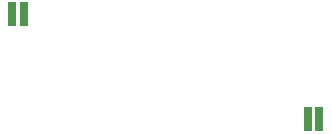
<source format=gbp>
G04 #@! TF.GenerationSoftware,KiCad,Pcbnew,7.0.5*
G04 #@! TF.CreationDate,2024-01-12T08:26:28+09:00*
G04 #@! TF.ProjectId,uglyMotorGaurd,75676c79-4d6f-4746-9f72-47617572642e,rev?*
G04 #@! TF.SameCoordinates,Original*
G04 #@! TF.FileFunction,Paste,Bot*
G04 #@! TF.FilePolarity,Positive*
%FSLAX46Y46*%
G04 Gerber Fmt 4.6, Leading zero omitted, Abs format (unit mm)*
G04 Created by KiCad (PCBNEW 7.0.5) date 2024-01-12 08:26:28*
%MOMM*%
%LPD*%
G01*
G04 APERTURE LIST*
G04 Aperture macros list*
%AMRoundRect*
0 Rectangle with rounded corners*
0 $1 Rounding radius*
0 $2 $3 $4 $5 $6 $7 $8 $9 X,Y pos of 4 corners*
0 Add a 4 corners polygon primitive as box body*
4,1,4,$2,$3,$4,$5,$6,$7,$8,$9,$2,$3,0*
0 Add four circle primitives for the rounded corners*
1,1,$1+$1,$2,$3*
1,1,$1+$1,$4,$5*
1,1,$1+$1,$6,$7*
1,1,$1+$1,$8,$9*
0 Add four rect primitives between the rounded corners*
20,1,$1+$1,$2,$3,$4,$5,0*
20,1,$1+$1,$4,$5,$6,$7,0*
20,1,$1+$1,$6,$7,$8,$9,0*
20,1,$1+$1,$8,$9,$2,$3,0*%
G04 Aperture macros list end*
%ADD10RoundRect,0.075000X-0.300000X0.925000X-0.300000X-0.925000X0.300000X-0.925000X0.300000X0.925000X0*%
%ADD11RoundRect,0.075000X0.300000X-0.925000X0.300000X0.925000X-0.300000X0.925000X-0.300000X-0.925000X0*%
G04 APERTURE END LIST*
D10*
X112050000Y-97675000D03*
X113050000Y-97675000D03*
D11*
X88050000Y-88825000D03*
X87050000Y-88825000D03*
M02*

</source>
